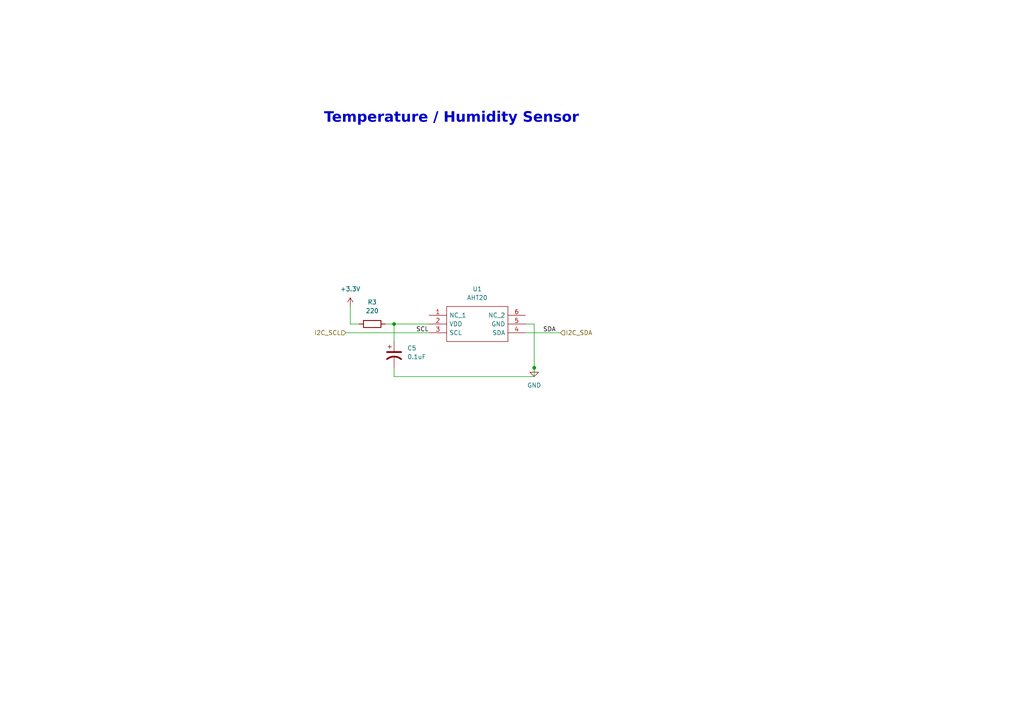
<source format=kicad_sch>
(kicad_sch (version 20230121) (generator eeschema)
  (paper "A4")
  (lib_symbols
    (symbol "AHT20:AHT20" (pin_names (offset 0.762))
      (property "Reference" "U" (at 24.13 7.62 0))
      (property "Value" "AHT20" (at 24.13 5.08 0))
      (symbol "AHT20_0_0"
        (pin passive line (at 0 0 0) (length 5.08) (name "NC_1") (number "1"))
        (pin passive line (at 0 -2.54 0) (length 5.08) (name "VDD") (number "2"))
        (pin passive line (at 0 -5.08 0) (length 5.08) (name "SCL") (number "3"))
        (pin passive line (at 27.94 -5.08 180) (length 5.08) (name "SDA") (number "4"))
        (pin passive line (at 27.94 -2.54 180) (length 5.08) (name "GND") (number "5"))
        (pin passive line (at 27.94 0 180) (length 5.08) (name "NC_2") (number "6"))
      )
      (symbol "AHT20_0_1"
        (polyline (pts (xy 5.08 2.54) (xy 22.86 2.54) (xy 22.86 -7.62) (xy 5.08 -7.62) (xy 5.08 2.54)) (stroke (width 0.1524)))
      )
    )
    (symbol "Device:C_Polarized_US" (pin_numbers hide) (pin_names (offset 0.254) hide)
      (property "Reference" "C" (at 0.635 2.54 0))
      (property "Value" "C_Polarized_US" (at 0.635 -2.54 0))
      (symbol "C_Polarized_US_0_1"
        (polyline (pts (xy -2.032 0.762) (xy 2.032 0.762)) (stroke (width 0.508)))
        (polyline (pts (xy -1.778 2.286) (xy -0.762 2.286)))
        (polyline (pts (xy -1.27 1.778) (xy -1.27 2.794)))
        (arc (start 2.032 -1.27) (mid 0 -0.5572) (end -2.032 -1.27) (stroke (width 0.508)))
      )
      (symbol "C_Polarized_US_1_1"
        (pin passive line (at 0 3.81 270) (length 2.794) (name "~") (number "1"))
        (pin passive line (at 0 -3.81 90) (length 3.302) (name "~") (number "2"))
      )
    )
    (symbol "Device:R" (pin_numbers hide) (pin_names (offset 0))
      (property "Reference" "R" (at 2.032 0 90))
      (property "Value" "R" (at 0 0 90))
      (symbol "R_0_1"
        (rectangle (start -1.016 -2.54) (end 1.016 2.54) (stroke (width 0.254)))
      )
      (symbol "R_1_1"
        (pin passive line (at 0 3.81 270) (length 1.27) (name "~") (number "1"))
        (pin passive line (at 0 -3.81 90) (length 1.27) (name "~") (number "2"))
      )
    )
    (symbol "power:+3.3V" (power) (pin_names (offset 0))
      (property "Value" "+3.3V" (at 0 3.556 0))
      (symbol "+3.3V_0_1"
        (polyline (pts (xy -0.762 1.27) (xy 0 2.54)))
        (polyline (pts (xy 0 0) (xy 0 2.54)))
        (polyline (pts (xy 0 2.54) (xy 0.762 1.27)))
      )
      (symbol "+3.3V_1_1"
        (pin power_in line (at 0 0 90) (length 0) hide (name "+3.3V") (number "1"))
      )
    )
    (symbol "power:GND" (power) (pin_names (offset 0))
      (property "Value" "GND" (at 0 -3.81 0))
      (symbol "GND_0_1"
        (polyline (pts (xy 0 0) (xy 0 -1.27) (xy 1.27 -1.27) (xy 0 -2.54) (xy -1.27 -1.27) (xy 0 -1.27)))
      )
      (symbol "GND_1_1"
        (pin power_in line (at 0 0 270) (length 0) hide (name "GND") (number "1"))
      )
    )
  )
  (junction (at 114.3 93.98))
  (junction (at 154.94 106.68))
  (wire (pts (xy 114.3 93.98) (xy 114.3 99.06)))
  (wire (pts (xy 101.6 88.9) (xy 101.6 93.98)))
  (wire (pts (xy 154.94 93.98) (xy 154.94 106.68)))
  (wire (pts (xy 152.4 93.98) (xy 154.94 93.98)))
  (wire (pts (xy 114.3 106.68) (xy 114.3 109.22)))
  (wire (pts (xy 152.4 96.52) (xy 162.56 96.52)))
  (wire (pts (xy 100.33 96.52) (xy 124.46 96.52)))
  (wire (pts (xy 114.3 109.22) (xy 154.94 109.22)))
  (wire (pts (xy 114.3 93.98) (xy 124.46 93.98)))
  (wire (pts (xy 154.94 109.22) (xy 154.94 106.68)))
  (wire (pts (xy 101.6 93.98) (xy 104.14 93.98)))
  (wire (pts (xy 114.3 93.98) (xy 111.76 93.98)))
  (text "Temperature / Humidity Sensor" (at 93.98 36.83 0) (effects (font (size 3 3) (thickness 1) bold) (justify left bottom)))
  (label "SCL" (at 120.65 96.52 0))
  (label "SDA" (at 157.48 96.52 0))
  (hierarchical_label "I2C_SCL" (shape input) (at 100.33 96.52 180))
  (hierarchical_label "I2C_SDA" (shape input) (at 162.56 96.52 0))
  (symbol (lib_id "Device:R") (at 107.95 93.98 270) (unit 1)
    (property "Reference" "R3" (at 107.95 87.63 90))
    (property "Value" "220" (at 107.95 90.17 90))
    (property "Footprint" "Resistor_SMD:R_0603_1608Metric" (effects hide))
    (property "Manufacturer_Part_Number" "0603WAF2200T5E" (effects hide))
    (instances (project "v0_2" (path "" (reference "R3") (unit 1)) (path "" (reference "R12") (unit 1))))
  )
  (symbol (lib_id "Device:C_Polarized_US") (at 114.3 102.87 0) (unit 1)
    (property "Reference" "C5" (at 118.11 100.965 0) (effects (justify left)))
    (property "Value" "0.1uF" (at 118.11 103.505 0) (effects (justify left)))
    (property "Footprint" "Capacitor_SMD:C_0603_1608Metric" (effects hide))
    (property "Manufacturer_Part_Number" "CC0603JRNPO9BN101" (effects hide))
  )
  (symbol (lib_id "power:+3.3V") (at 101.6 88.9 0) (unit 1)
    (property "Reference" "#PWR022" (effects hide))
    (property "Value" "+3.3V" (at 101.6 83.82 0))
  )
  (symbol (lib_id "AHT20:AHT20") (at 124.46 91.44 0) (unit 1)
    (property "Reference" "U1" (at 138.43 83.82 0))
    (property "Value" "AHT20" (at 138.43 86.36 0))
    (property "Footprint" "AHT20:AHT20" (effects hide))
    (property "Datasheet" "http://www.aosong.com/userfiles/files/media/Data%20Sheet%20AHT20.pdf" (effects hide))
    (property "Description" "Integrated temperature and humidity Sensor DC : 2.2 - 5.5V, 0 ~{} 100% RH, -40 ~{} + 85 ." (effects hide))
    (property "Height" "1.1" (effects hide))
    (property "Manufacturer_Name" "Aosong" (effects hide))
    (property "Manufacturer_Part_Number" "AHT20" (effects hide))
  )
  (symbol (lib_id "power:GND") (at 154.94 106.68 0) (unit 1)
    (property "Reference" "#PWR023" (effects hide))
    (property "Value" "GND" (at 154.94 111.76 0))
  )
)
</source>
